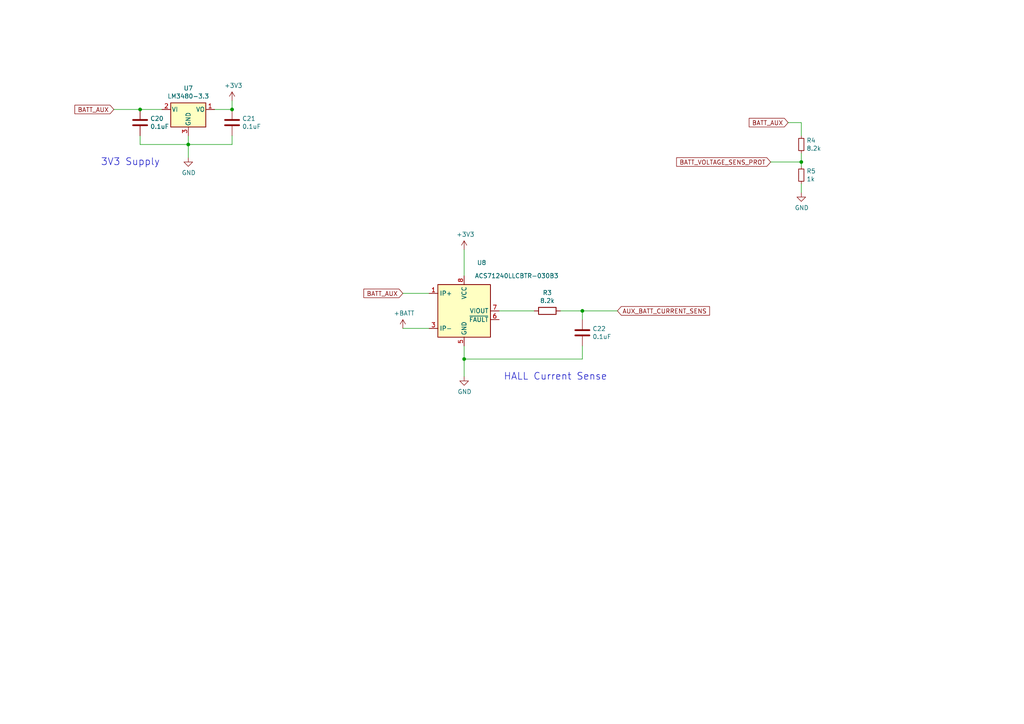
<source format=kicad_sch>
(kicad_sch (version 20231120) (generator "eeschema") (generator_version "8.0")
  (paper "A4")
  (lib_symbols
    (symbol "Device:C" (pin_numbers hide) (pin_names (offset 0.254))
      (property "Reference" "C" (at 0.635 2.54 0))
      (property "Value" "C" (at 0.635 -2.54 0))
      (symbol "C_0_1"
        (polyline (pts (xy -2.032 -0.762) (xy 2.032 -0.762)) (stroke (width 0.508)))
        (polyline (pts (xy -2.032 0.762) (xy 2.032 0.762)) (stroke (width 0.508)))
      )
      (symbol "C_1_1"
        (pin passive line (at 0 3.81 270) (length 2.794) (name "~") (number "1"))
        (pin passive line (at 0 -3.81 90) (length 2.794) (name "~") (number "2"))
      )
    )
    (symbol "Device:R" (pin_numbers hide) (pin_names (offset 0))
      (property "Reference" "R" (at 2.032 0 90))
      (property "Value" "R" (at 0 0 90))
      (symbol "R_0_1"
        (rectangle (start -1.016 -2.54) (end 1.016 2.54) (stroke (width 0.254)))
      )
      (symbol "R_1_1"
        (pin passive line (at 0 3.81 270) (length 1.27) (name "~") (number "1"))
        (pin passive line (at 0 -3.81 90) (length 1.27) (name "~") (number "2"))
      )
    )
    (symbol "Device:R_Small" (pin_numbers hide) (pin_names (offset 0.254) hide)
      (property "Reference" "R" (at 0.762 0.508 0))
      (property "Value" "R_Small" (at 0.762 -1.016 0))
      (symbol "R_Small_0_1"
        (rectangle (start -0.762 1.778) (end 0.762 -1.778) (stroke (width 0.2032)))
      )
      (symbol "R_Small_1_1"
        (pin passive line (at 0 2.54 270) (length 0.762) (name "~") (number "1"))
        (pin passive line (at 0 -2.54 90) (length 0.762) (name "~") (number "2"))
      )
    )
    (symbol "Regulator_Linear:LM3480-3.3" (pin_names (offset 0.254))
      (property "Reference" "U" (at -3.81 3.175 0))
      (property "Value" "LM3480-3.3" (at 0 3.175 0))
      (symbol "LM3480-3.3_0_1"
        (rectangle (start -5.08 1.905) (end 5.08 -5.08) (stroke (width 0.254)) (fill (type background)))
      )
      (symbol "LM3480-3.3_1_1"
        (pin power_out line (at 7.62 0 180) (length 2.54) (name "VO") (number "1"))
        (pin power_in line (at -7.62 0 0) (length 2.54) (name "VI") (number "2"))
        (pin power_in line (at 0 -7.62 90) (length 2.54) (name "GND") (number "3"))
      )
    )
    (symbol "SAM4_Mainboard-rescue:+3.3V-power" (power) (pin_names (offset 0))
      (property "Value" "power_+3.3V" (at 0 3.556 0))
      (symbol "+3.3V-power_0_1"
        (polyline (pts (xy -0.762 1.27) (xy 0 2.54)))
        (polyline (pts (xy 0 0) (xy 0 2.54)))
        (polyline (pts (xy 0 2.54) (xy 0.762 1.27)))
      )
      (symbol "+3.3V-power_1_1"
        (pin power_in line (at 0 0 90) (length 0) hide (name "+3V3") (number "1"))
      )
    )
    (symbol "SAM4_Mainboard-rescue:+BATT-power" (power) (pin_names (offset 0))
      (property "Value" "power_+BATT" (at 0 3.556 0))
      (symbol "+BATT-power_0_1"
        (polyline (pts (xy -0.762 1.27) (xy 0 2.54)))
        (polyline (pts (xy 0 0) (xy 0 2.54)))
        (polyline (pts (xy 0 2.54) (xy 0.762 1.27)))
      )
      (symbol "+BATT-power_1_1"
        (pin power_in line (at 0 0 90) (length 0) hide (name "+BATT") (number "1"))
      )
    )
    (symbol "SAM4_Mainboard-rescue:ACS71240LLCBTR-030B3-P2_PowerSystem-rescue"
      (property "Reference" "U" (at 2.54 11.43 0))
      (property "Value" "ACS71240LLCBTR-030B3-P2_PowerSystem-rescue" (at 2.54 8.89 0))
      (symbol "ACS71240LLCBTR-030B3-P2_PowerSystem-rescue_0_1"
        (rectangle (start -7.62 7.62) (end 7.62 -7.62) (stroke (width 0.254)) (fill (type background)))
      )
      (symbol "ACS71240LLCBTR-030B3-P2_PowerSystem-rescue_1_1"
        (pin passive line (at -10.16 5.08 0) (length 2.54) (name "IP+") (number "1"))
        (pin passive line (at -10.16 5.08 0) (length 2.54) hide (name "IP+") (number "2"))
        (pin passive line (at -10.16 -5.08 0) (length 2.54) (name "IP-") (number "3"))
        (pin passive line (at -10.16 -5.08 0) (length 2.54) hide (name "IP-") (number "4"))
        (pin power_in line (at 0 -10.16 90) (length 2.54) (name "GND") (number "5"))
        (pin output line (at 10.16 -2.54 180) (length 2.54) (name "~{FAULT}") (number "6"))
        (pin output line (at 10.16 0 180) (length 2.54) (name "VIOUT") (number "7"))
        (pin power_in line (at 0 10.16 270) (length 2.54) (name "VCC") (number "8"))
      )
    )
    (symbol "SAM4_Mainboard-rescue:GND-power" (power) (pin_names (offset 0))
      (property "Value" "power_GND" (at 0 -3.81 0))
      (symbol "GND-power_0_1"
        (polyline (pts (xy 0 0) (xy 0 -1.27) (xy 1.27 -1.27) (xy 0 -2.54) (xy -1.27 -1.27) (xy 0 -1.27)))
      )
      (symbol "GND-power_1_1"
        (pin power_in line (at 0 0 270) (length 0) hide (name "GND") (number "1"))
      )
    )
  )
  (junction (at 40.64 31.75))
  (junction (at 168.91 90.17))
  (junction (at 232.41 46.99))
  (junction (at 134.62 104.14))
  (junction (at 54.61 41.91))
  (junction (at 67.31 31.75))
  (wire (pts (xy 40.64 31.75) (xy 33.02 31.75)))
  (wire (pts (xy 162.56 90.17) (xy 168.91 90.17)))
  (wire (pts (xy 124.46 95.25) (xy 116.84 95.25)))
  (wire (pts (xy 232.41 46.99) (xy 232.41 44.45)))
  (wire (pts (xy 54.61 45.72) (xy 54.61 41.91)))
  (wire (pts (xy 46.99 31.75) (xy 40.64 31.75)))
  (wire (pts (xy 40.64 39.37) (xy 40.64 41.91)))
  (wire (pts (xy 54.61 41.91) (xy 54.61 39.37)))
  (wire (pts (xy 232.41 35.56) (xy 232.41 39.37)))
  (wire (pts (xy 168.91 100.33) (xy 168.91 104.14)))
  (wire (pts (xy 116.84 85.09) (xy 124.46 85.09)))
  (wire (pts (xy 223.52 46.99) (xy 232.41 46.99)))
  (wire (pts (xy 168.91 104.14) (xy 134.62 104.14)))
  (wire (pts (xy 144.78 90.17) (xy 154.94 90.17)))
  (wire (pts (xy 232.41 46.99) (xy 232.41 48.26)))
  (wire (pts (xy 54.61 41.91) (xy 67.31 41.91)))
  (wire (pts (xy 168.91 90.17) (xy 168.91 92.71)))
  (wire (pts (xy 168.91 90.17) (xy 179.07 90.17)))
  (wire (pts (xy 67.31 31.75) (xy 62.23 31.75)))
  (wire (pts (xy 67.31 41.91) (xy 67.31 39.37)))
  (wire (pts (xy 228.6 35.56) (xy 232.41 35.56)))
  (wire (pts (xy 232.41 53.34) (xy 232.41 55.88)))
  (wire (pts (xy 67.31 29.21) (xy 67.31 31.75)))
  (wire (pts (xy 134.62 100.33) (xy 134.62 104.14)))
  (wire (pts (xy 40.64 41.91) (xy 54.61 41.91)))
  (wire (pts (xy 134.62 104.14) (xy 134.62 109.22)))
  (wire (pts (xy 134.62 72.39) (xy 134.62 80.01)))
  (text "3V3 Supply" (at 29.21 48.26 0) (effects (font (size 2.0066 2.0066)) (justify left bottom)))
  (text "HALL Current Sense" (at 146.05 110.49 0) (effects (font (size 2.0066 2.0066)) (justify left bottom)))
  (global_label "BATT_AUX" (shape input) (at 228.6 35.56 180) (property "Intersheetrefs" "${INTERSHEET_REFS}" (effects (hide yes))))
  (global_label "BATT_AUX" (shape input) (at 33.02 31.75 180) (property "Intersheetrefs" "${INTERSHEET_REFS}" (effects (hide yes))))
  (global_label "BATT_VOLTAGE_SENS_PROT" (shape input) (at 223.52 46.99 180) (property "Intersheetrefs" "${INTERSHEET_REFS}" (effects (hide yes))))
  (global_label "BATT_AUX" (shape input) (at 116.84 85.09 180) (property "Intersheetrefs" "${INTERSHEET_REFS}" (effects (hide yes))))
  (global_label "AUX_BATT_CURRENT_SENS" (shape input) (at 179.07 90.17 0) (property "Intersheetrefs" "${INTERSHEET_REFS}" (effects (hide yes))))
  (symbol (lib_id "SAM4_Mainboard-rescue:ACS71240LLCBTR-030B3-P2_PowerSystem-rescue") (at 134.62 90.17 0) (unit 1)
    (property "Reference" "U8" (at 139.7 76.2 0))
    (property "Value" "ACS71240LLCBTR-030B3" (at 149.86 80.01 0))
    (property "Footprint" "Package_SO:SOIC-8_3.9x4.9mm_P1.27mm" (effects (hide yes)))
    (property "Datasheet" "https://datasheet.octopart.com/ACS71240LLCBTR-030B3-Allegro-MicroSystems-LLC-datasheet-142380063.pdf" (effects (hide yes)))
    (property "Description" "R2-300-B-13" (effects (hide yes)))
  )
  (symbol (lib_id "SAM4_Mainboard-rescue:GND-power") (at 134.62 109.22 0) (unit 1)
    (property "Reference" "#PWR046" (effects (hide yes)))
    (property "Value" "GND" (at 134.747 113.6142 0))
  )
  (symbol (lib_id "Regulator_Linear:LM3480-3.3") (at 54.61 31.75 0) (unit 1)
    (property "Reference" "U7" (at 54.61 25.6032 0))
    (property "Value" "LM3480-3.3" (at 54.61 27.9146 0))
    (property "Footprint" "Package_TO_SOT_SMD:SOT-23" (effects (hide yes)))
    (property "Datasheet" "http://www.ti.com/lit/ds/symlink/lm3480.pdf" (effects (hide yes)))
    (property "Description" "R2-300-B-2" (effects (hide yes)))
  )
  (symbol (lib_id "SAM4_Mainboard-rescue:+3.3V-power") (at 67.31 29.21 0) (unit 1)
    (property "Reference" "#PWR043" (effects (hide yes)))
    (property "Value" "+3V3" (at 67.691 24.8158 0))
  )
  (symbol (lib_id "SAM4_Mainboard-rescue:+3.3V-power") (at 134.62 72.39 0) (unit 1)
    (property "Reference" "#PWR045" (effects (hide yes)))
    (property "Value" "+3V3" (at 135.001 67.9958 0))
  )
  (symbol (lib_id "SAM4_Mainboard-rescue:GND-power") (at 54.61 45.72 0) (unit 1)
    (property "Reference" "#PWR042" (effects (hide yes)))
    (property "Value" "GND" (at 54.737 50.1142 0))
  )
  (symbol (lib_id "Device:C") (at 67.31 35.56 0) (unit 1)
    (property "Reference" "C21" (at 70.231 34.3916 0) (effects (justify left)))
    (property "Value" "0.1uF" (at 70.231 36.703 0) (effects (justify left)))
    (property "Footprint" "Capacitor_SMD:C_1206_3216Metric_Pad1.33x1.80mm_HandSolder" (effects (hide yes)))
    (property "Description" "R2-300-B-13" (effects (hide yes)))
  )
  (symbol (lib_id "Device:C") (at 40.64 35.56 0) (unit 1)
    (property "Reference" "C20" (at 43.561 34.3916 0) (effects (justify left)))
    (property "Value" "0.1uF" (at 43.561 36.703 0) (effects (justify left)))
    (property "Footprint" "Capacitor_SMD:C_1206_3216Metric_Pad1.33x1.80mm_HandSolder" (effects (hide yes)))
    (property "Description" "R2-300-B-13" (effects (hide yes)))
  )
  (symbol (lib_id "Device:C") (at 168.91 96.52 0) (unit 1)
    (property "Reference" "C22" (at 171.831 95.3516 0) (effects (justify left)))
    (property "Value" "0.1uF" (at 171.831 97.663 0) (effects (justify left)))
    (property "Footprint" "Capacitor_SMD:C_1206_3216Metric_Pad1.33x1.80mm_HandSolder" (effects (hide yes)))
    (property "Description" "R2-300-B-13" (effects (hide yes)))
  )
  (symbol (lib_id "Device:R") (at 158.75 90.17 270) (unit 1)
    (property "Reference" "R3" (at 158.75 84.9122 90))
    (property "Value" "8.2k" (at 158.75 87.2236 90))
    (property "Footprint" "Resistor_SMD:R_1206_3216Metric_Pad1.30x1.75mm_HandSolder" (effects (hide yes)))
    (property "Description" "R2-300-B-14" (effects (hide yes)))
  )
  (symbol (lib_id "SAM4_Mainboard-rescue:+BATT-power") (at 116.84 95.25 0) (unit 1)
    (property "Reference" "#PWR044" (effects (hide yes)))
    (property "Value" "+BATT" (at 117.221 90.8558 0))
  )
  (symbol (lib_id "Device:R_Small") (at 232.41 41.91 0) (unit 1)
    (property "Reference" "R4" (at 233.9086 40.7416 0) (effects (justify left)))
    (property "Value" "8.2k" (at 233.9086 43.053 0) (effects (justify left)))
    (property "Footprint" "Resistor_SMD:R_1206_3216Metric_Pad1.30x1.75mm_HandSolder" (effects (hide yes)))
    (property "Description" "R2-300-B-14" (effects (hide yes)))
    (instances (project "SAM4_Mainboard" (path "" (reference "R4") (unit 1)) (path "" (reference "R?") (unit 1))))
  )
  (symbol (lib_id "Device:R_Small") (at 232.41 50.8 0) (unit 1)
    (property "Reference" "R5" (at 233.9086 49.6316 0) (effects (justify left)))
    (property "Value" "1k" (at 233.9086 51.943 0) (effects (justify left)))
    (property "Footprint" "Resistor_SMD:R_1206_3216Metric_Pad1.30x1.75mm_HandSolder" (effects (hide yes)))
    (property "Description" "R2-300-B-14" (effects (hide yes)))
    (instances (project "SAM4_Mainboard" (path "" (reference "R5") (unit 1)) (path "" (reference "R?") (unit 1))))
  )
  (symbol (lib_id "SAM4_Mainboard-rescue:GND-power") (at 232.41 55.88 0) (unit 1)
    (property "Reference" "#PWR048" (effects (hide yes)))
    (property "Value" "GND" (at 232.537 60.2742 0))
  )
)
</source>
